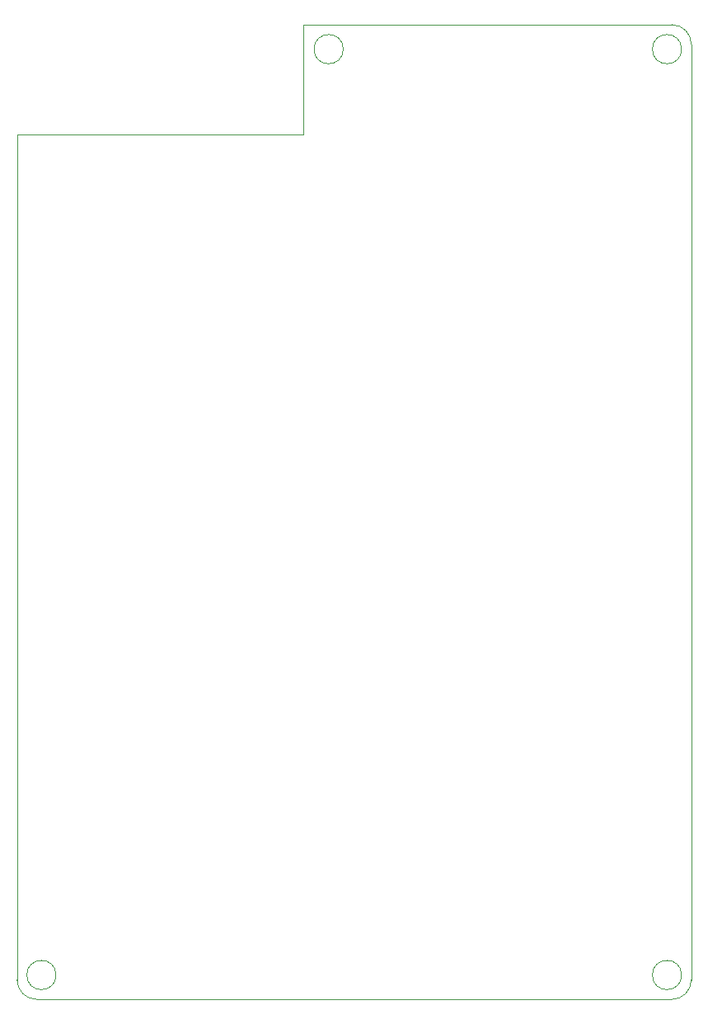
<source format=gbr>
G04 #@! TF.GenerationSoftware,KiCad,Pcbnew,7.0.2*
G04 #@! TF.CreationDate,2023-12-12T23:03:31+01:00*
G04 #@! TF.ProjectId,Harpe_ESP32,48617270-655f-4455-9350-33322e6b6963,rev?*
G04 #@! TF.SameCoordinates,Original*
G04 #@! TF.FileFunction,Profile,NP*
%FSLAX46Y46*%
G04 Gerber Fmt 4.6, Leading zero omitted, Abs format (unit mm)*
G04 Created by KiCad (PCBNEW 7.0.2) date 2023-12-12 23:03:31*
%MOMM*%
%LPD*%
G01*
G04 APERTURE LIST*
G04 #@! TA.AperFunction,Profile*
%ADD10C,0.050000*%
G04 #@! TD*
G04 APERTURE END LIST*
D10*
X98500000Y-169110000D02*
X163760000Y-169110000D01*
X100500000Y-166610000D02*
G75*
G03*
X100500000Y-166610000I-1500000J0D01*
G01*
X96500000Y-80390000D02*
X96500000Y-167110000D01*
X125900000Y-80390000D02*
X125900000Y-69100000D01*
X164760000Y-71610000D02*
G75*
G03*
X164760000Y-71610000I-1500000J0D01*
G01*
X130000000Y-71610000D02*
G75*
G03*
X130000000Y-71610000I-1500000J0D01*
G01*
X163760000Y-169110000D02*
G75*
G03*
X165760000Y-167110000I0J2000000D01*
G01*
X165760000Y-167110000D02*
X165760000Y-71100000D01*
X163760000Y-69100000D02*
X125900000Y-69100000D01*
X96500000Y-167110000D02*
G75*
G03*
X98500000Y-169110000I2000000J0D01*
G01*
X96500000Y-80390000D02*
X125900000Y-80390000D01*
X164760000Y-166610000D02*
G75*
G03*
X164760000Y-166610000I-1500000J0D01*
G01*
X165760000Y-71100000D02*
G75*
G03*
X163760000Y-69100000I-2000000J0D01*
G01*
M02*

</source>
